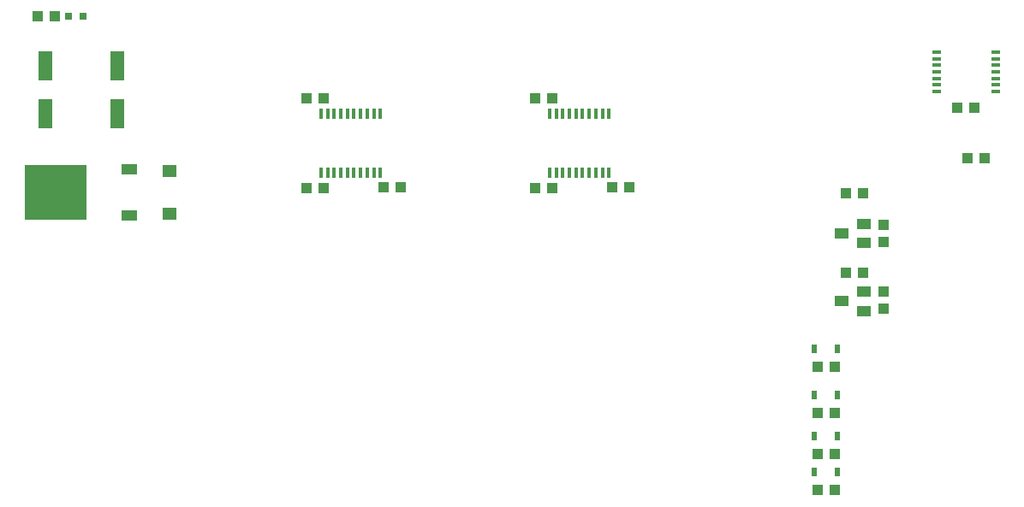
<source format=gtp>
G75*
%MOIN*%
%OFA0B0*%
%FSLAX24Y24*%
%IPPOS*%
%LPD*%
%AMOC8*
5,1,8,0,0,1.08239X$1,22.5*
%
%ADD10R,0.2441X0.2126*%
%ADD11R,0.0630X0.0394*%
%ADD12R,0.0551X0.1181*%
%ADD13R,0.0579X0.0500*%
%ADD14R,0.0315X0.0315*%
%ADD15R,0.0433X0.0394*%
%ADD16R,0.0248X0.0327*%
%ADD17R,0.0120X0.0390*%
%ADD18R,0.0354X0.0138*%
%ADD19R,0.0551X0.0394*%
%ADD20R,0.0394X0.0433*%
D10*
X028756Y016483D03*
D11*
X031630Y017381D03*
X031630Y015586D03*
D12*
X031140Y019538D03*
X028340Y019538D03*
X028340Y021428D03*
X031140Y021428D03*
D13*
X033190Y017330D03*
X033190Y015637D03*
D14*
X029835Y023333D03*
X029245Y023333D03*
D15*
X028725Y023333D03*
X028055Y023333D03*
X038505Y020133D03*
X039175Y020133D03*
X047405Y020133D03*
X048075Y020133D03*
X048075Y016633D03*
X047405Y016633D03*
X050405Y016683D03*
X051075Y016683D03*
X059505Y016433D03*
X060175Y016433D03*
X064245Y017803D03*
X064915Y017803D03*
X064525Y019793D03*
X063855Y019793D03*
X042175Y016683D03*
X041505Y016683D03*
X039175Y016633D03*
X038505Y016633D03*
X059505Y013333D03*
X060175Y013333D03*
X059075Y009683D03*
X058405Y009683D03*
X058405Y007883D03*
X059075Y007883D03*
X059075Y006283D03*
X058405Y006283D03*
X058405Y004883D03*
X059075Y004883D03*
D16*
X058287Y005583D03*
X059193Y005583D03*
X059193Y006983D03*
X058287Y006983D03*
X058287Y008583D03*
X059193Y008583D03*
X059193Y010383D03*
X058287Y010383D03*
D17*
X050292Y017235D03*
X050036Y017235D03*
X049780Y017235D03*
X049524Y017235D03*
X049268Y017235D03*
X049012Y017235D03*
X048756Y017235D03*
X048500Y017235D03*
X048244Y017235D03*
X047988Y017235D03*
X041392Y017235D03*
X041136Y017235D03*
X040880Y017235D03*
X040624Y017235D03*
X040368Y017235D03*
X040112Y017235D03*
X039856Y017235D03*
X039600Y017235D03*
X039344Y017235D03*
X039088Y017235D03*
X039088Y019532D03*
X039344Y019532D03*
X039600Y019532D03*
X039856Y019532D03*
X040112Y019532D03*
X040368Y019532D03*
X040624Y019532D03*
X040880Y019532D03*
X041136Y019532D03*
X041392Y019532D03*
X047988Y019532D03*
X048244Y019532D03*
X048500Y019532D03*
X048756Y019532D03*
X049012Y019532D03*
X049268Y019532D03*
X049524Y019532D03*
X049780Y019532D03*
X050036Y019532D03*
X050292Y019532D03*
D18*
X063038Y020416D03*
X063038Y020672D03*
X063038Y020927D03*
X063038Y021183D03*
X063038Y021439D03*
X063038Y021695D03*
X063038Y021951D03*
X065342Y021951D03*
X065342Y021695D03*
X065342Y021439D03*
X065342Y021183D03*
X065342Y020927D03*
X065342Y020672D03*
X065342Y020416D03*
D19*
X060223Y015257D03*
X059357Y014883D03*
X060223Y014509D03*
X060223Y012607D03*
X059357Y012233D03*
X060223Y011859D03*
D20*
X060990Y011949D03*
X060990Y012618D03*
X060990Y014549D03*
X060990Y015218D03*
M02*

</source>
